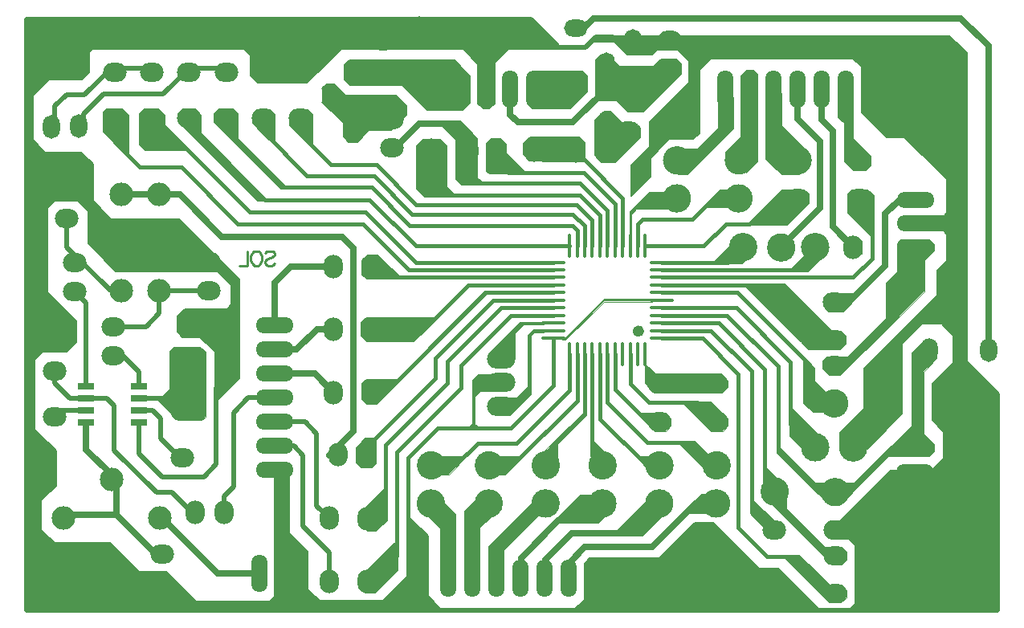
<source format=gbl>
G04 Layer_Physical_Order=4*
G04 Layer_Color=16711680*
%FSLAX23Y23*%
%MOIN*%
G70*
G01*
G75*
%ADD10C,0.024*%
%ADD11C,0.020*%
%ADD12O,0.016X0.098*%
G04:AMPARAMS|DCode=13|XSize=16mil|YSize=98mil|CornerRadius=0mil|HoleSize=0mil|Usage=FLASHONLY|Rotation=0.000|XOffset=0mil|YOffset=0mil|HoleType=Round|Shape=Octagon|*
%AMOCTAGOND13*
4,1,8,-0.004,0.049,0.004,0.049,0.008,0.045,0.008,-0.045,0.004,-0.049,-0.004,-0.049,-0.008,-0.045,-0.008,0.045,-0.004,0.049,0.0*
%
%ADD13OCTAGOND13*%

%ADD14O,0.098X0.016*%
%ADD15R,0.065X0.026*%
%ADD16C,0.016*%
%ADD17C,0.004*%
%ADD18C,0.028*%
%ADD19C,0.008*%
%ADD20C,0.010*%
%ADD21R,0.190X0.065*%
%ADD22O,0.098X0.080*%
%ADD23O,0.098X0.080*%
%ADD24O,0.079X0.098*%
%ADD25O,0.071X0.098*%
%ADD26O,0.098X0.071*%
%ADD27O,0.071X0.098*%
%ADD28C,0.060*%
%ADD29O,0.080X0.098*%
%ADD30O,0.067X0.157*%
%ADD31O,0.157X0.067*%
%ADD32O,0.118X0.080*%
%ADD33C,0.098*%
%ADD34O,0.069X0.098*%
%ADD35O,0.098X0.079*%
%ADD36O,0.098X0.071*%
G36*
X2230Y2369D02*
X2228Y2367D01*
X1342Y2367D01*
X1191Y2216D01*
X981Y2216D01*
X952Y2246D01*
Y2333D01*
X919Y2366D01*
X308D01*
X285Y2343D01*
Y2261D01*
X255Y2231D01*
X119D01*
X52Y2164D01*
Y1979D01*
X104Y1926D01*
X254D01*
X301Y1880D01*
Y1725D01*
X375Y1650D01*
X659D01*
X910Y1400D01*
Y990D01*
X815Y895D01*
X810Y901D01*
Y1097D01*
X746Y1161D01*
X674D01*
X653Y1182D01*
X653Y1245D01*
X684Y1276D01*
X858D01*
X877Y1295D01*
Y1376D01*
X819Y1433D01*
X397D01*
X281Y1549D01*
Y1684D01*
X239Y1726D01*
X142D01*
X111Y1695D01*
Y1347D01*
X231Y1227D01*
Y1138D01*
X191Y1098D01*
X93D01*
X60Y1065D01*
Y777D01*
X148Y689D01*
Y544D01*
X87Y483D01*
Y361D01*
X144Y304D01*
X374D01*
X492Y186D01*
X606Y186D01*
X728Y64D01*
X1033D01*
X1054Y85D01*
X1054Y599D01*
X1117D01*
Y346D01*
X1194Y270D01*
Y112D01*
X1241Y65D01*
X1506D01*
X1610Y170D01*
Y417D01*
X1691Y336D01*
Y86D01*
X1749Y27D01*
X29D01*
X27Y25D01*
Y2481D01*
X2119Y2481D01*
X2230Y2369D01*
D02*
G37*
G36*
X2353Y2247D02*
Y2181D01*
X2283Y2111D01*
X2122D01*
X2102Y2131D01*
Y2244D01*
X2125Y2267D01*
X2333D01*
X2353Y2247D01*
D02*
G37*
G36*
X2026Y2355D02*
X1970Y2298D01*
Y2130D01*
X1947Y2108D01*
X1921D01*
X1900Y2129D01*
Y2293D01*
X1835Y2359D01*
X2022D01*
X2026Y2355D01*
D02*
G37*
G36*
X1867Y2244D02*
Y2138D01*
X1836Y2107D01*
Y2104D01*
X1689D01*
X1586Y2206D01*
X1370D01*
X1345Y2231D01*
Y2288D01*
X1367Y2310D01*
X1801D01*
X1867Y2244D01*
D02*
G37*
G36*
X2486Y2283D02*
X2629D01*
X2658Y2313D01*
X2722D01*
X2742Y2293D01*
Y2254D01*
X2585Y2097D01*
X2523D01*
X2476Y2144D01*
X2386D01*
X2390Y2148D01*
Y2310D01*
X2413Y2333D01*
X2436D01*
X2486Y2283D01*
D02*
G37*
G36*
X1350Y2162D02*
X1559D01*
X1601Y2120D01*
Y2082D01*
X1538Y2019D01*
X1447D01*
X1399Y1971D01*
X1363D01*
X1342Y1992D01*
Y2048D01*
X1254Y2136D01*
Y2193D01*
X1273Y2211D01*
X1301D01*
X1350Y2162D01*
D02*
G37*
G36*
X1057Y2085D02*
Y1967D01*
X1047D01*
X1045Y1966D01*
X961Y2050D01*
Y2080D01*
X988Y2107D01*
X1035D01*
X1057Y2085D01*
D02*
G37*
G36*
X1212Y2087D02*
Y1957D01*
X1200D01*
X1117Y2041D01*
Y2087D01*
X1137Y2107D01*
X1192D01*
X1212Y2087D01*
D02*
G37*
G36*
X600Y2084D02*
Y2032D01*
X697Y1935D01*
X704D01*
X705Y1933D01*
X698D01*
X697Y1935D01*
X516D01*
X493Y1958D01*
Y2088D01*
X514Y2109D01*
X573D01*
X574Y2110D01*
X600Y2084D01*
D02*
G37*
G36*
X449Y2083D02*
Y1920D01*
X395Y1960D01*
X342Y2013D01*
Y2095D01*
X359Y2111D01*
X421D01*
X449Y2083D01*
D02*
G37*
G36*
X2342Y1965D02*
Y1895D01*
X2160D01*
X2159Y1894D01*
X2134Y1918D01*
X2089D01*
Y1963D01*
X2115Y1989D01*
X2318D01*
X2342Y1965D01*
D02*
G37*
G36*
X2495Y2050D02*
X2550D01*
X2573Y2028D01*
Y1993D01*
X2466Y1887D01*
X2416Y1887D01*
X2386Y1917D01*
Y2060D01*
X2421Y2096D01*
X2449D01*
X2495Y2050D01*
D02*
G37*
G36*
X3457Y1987D02*
X3530Y1914D01*
Y1874D01*
X3508Y1853D01*
X3456D01*
X3419Y1890D01*
Y2048D01*
X3394Y2073D01*
Y2168D01*
X3426D01*
X3457Y2198D01*
Y1987D01*
D02*
G37*
G36*
X3058Y2252D02*
Y1891D01*
X3011Y1844D01*
X2969D01*
X2926Y1887D01*
Y1929D01*
X2990Y1993D01*
Y2246D01*
X3012Y2268D01*
X3042D01*
X3058Y2252D01*
D02*
G37*
G36*
X2017Y1962D02*
Y1925D01*
X2101Y1841D01*
X1950D01*
X1947Y1838D01*
X1934Y1851D01*
Y1965D01*
X1955Y1986D01*
X1993D01*
X2017Y1962D01*
D02*
G37*
G36*
X2958Y2157D02*
Y2027D01*
X2768Y1837D01*
X2730D01*
Y1926D01*
X2748Y1944D01*
X2811D01*
X2895Y2028D01*
Y2161D01*
X2954D01*
X2958Y2157D01*
D02*
G37*
G36*
X3158Y2041D02*
X3274Y1924D01*
Y1880D01*
X3231Y1837D01*
X3158D01*
X3094Y1900D01*
Y2163D01*
X3149D01*
X3158Y2172D01*
Y2041D01*
D02*
G37*
G36*
X1897Y1987D02*
X1897Y1825D01*
X1928Y1793D01*
X1828Y1793D01*
X1806Y1815D01*
Y1984D01*
X1731Y2059D01*
X1825D01*
X1897Y1987D01*
D02*
G37*
G36*
X902Y2089D02*
Y1972D01*
X1098Y1776D01*
X1080D01*
X804Y2052D01*
Y2089D01*
X825Y2110D01*
X881D01*
X902Y2089D01*
D02*
G37*
G36*
X1770Y1956D02*
Y1786D01*
X1805Y1751D01*
Y1749D01*
X1800Y1744D01*
X1675D01*
X1642Y1777D01*
Y1957D01*
X1668Y1983D01*
X1743D01*
X1770Y1956D01*
D02*
G37*
G36*
X749Y2084D02*
Y2000D01*
X1031Y1725D01*
X983D01*
X651Y2057D01*
Y2087D01*
X652D01*
X673Y2108D01*
X725D01*
X749Y2084D01*
D02*
G37*
G36*
X3029Y1752D02*
Y1719D01*
X3007Y1698D01*
X2844D01*
Y1713D01*
X2904Y1772D01*
X3007D01*
X3007Y1773D01*
X3029Y1752D01*
D02*
G37*
G36*
X2694Y1689D02*
X2556Y1689D01*
X2536Y1669D01*
Y1574D01*
X2535D01*
X2528Y1567D01*
X2528Y1682D01*
X2610Y1764D01*
X2694D01*
X2694Y1689D01*
D02*
G37*
G36*
X3273Y1755D02*
Y1717D01*
X3181Y1625D01*
X3000D01*
X3006Y1631D01*
X3025D01*
X3131Y1737D01*
Y1744D01*
X3160Y1774D01*
X3254D01*
X3273Y1755D01*
D02*
G37*
G36*
X3541Y1749D02*
Y1573D01*
X3534D01*
X3432Y1675D01*
Y1755D01*
X3452Y1774D01*
X3515D01*
X3541Y1749D01*
D02*
G37*
G36*
X3039Y1559D02*
X3039Y1559D01*
Y1507D01*
X2997Y1465D01*
X2891D01*
X2878Y1477D01*
X2983Y1581D01*
X3017D01*
X3039Y1559D01*
D02*
G37*
G36*
X3337Y1560D02*
Y1501D01*
X3269Y1433D01*
X3223D01*
X3212Y1445D01*
X3200D01*
X3199Y1445D01*
X3262Y1508D01*
Y1560D01*
X3283Y1581D01*
X3316D01*
X3337Y1560D01*
D02*
G37*
G36*
X1578Y1407D02*
X1442D01*
X1438Y1403D01*
X1420Y1421D01*
Y1480D01*
X1437Y1498D01*
X1480D01*
X1484Y1501D01*
X1578Y1407D01*
D02*
G37*
G36*
X3454Y1331D02*
Y1302D01*
X3417Y1266D01*
X3354D01*
Y1270D01*
X3331Y1294D01*
Y1324D01*
X3350Y1343D01*
X3465D01*
X3454Y1331D01*
D02*
G37*
G36*
X2622Y1318D02*
Y1308D01*
X2422D01*
X2264Y1150D01*
X2249D01*
X2252Y1153D01*
Y1161D01*
X2265D01*
X2422Y1319D01*
X2621D01*
X2622Y1318D01*
D02*
G37*
G36*
X1721Y1229D02*
X1634Y1142D01*
X1439D01*
X1416Y1165D01*
Y1219D01*
X1437Y1240D01*
Y1241D01*
X1721D01*
Y1229D01*
D02*
G37*
G36*
X3368Y1187D02*
X3403D01*
X3425Y1165D01*
Y1132D01*
X3402Y1109D01*
X3269D01*
X3241Y1139D01*
X3240Y1148D01*
X3205Y1180D01*
X3015Y1382D01*
X3173D01*
X3368Y1187D01*
D02*
G37*
G36*
X2180Y1219D02*
X2174Y1213D01*
X2089D01*
X2052Y1176D01*
Y1075D01*
X1947D01*
X1944Y1078D01*
Y1093D01*
X2075Y1224D01*
X2180D01*
Y1219D01*
D02*
G37*
G36*
X3792Y1546D02*
Y1520D01*
X3751Y1479D01*
Y1351D01*
X3403Y1003D01*
X3356D01*
X3330Y1029D01*
Y1061D01*
X3347Y1078D01*
Y1078D01*
X3349Y1080D01*
X3436D01*
X3594Y1238D01*
Y1385D01*
X3638Y1429D01*
Y1541D01*
X3654Y1557D01*
Y1567D01*
X3772D01*
X3792Y1546D01*
D02*
G37*
G36*
X2635Y1008D02*
X2910D01*
X2937Y980D01*
Y953D01*
X2914Y929D01*
X2630D01*
X2591Y969D01*
Y1045D01*
X2598D01*
X2635Y1008D01*
D02*
G37*
G36*
X1572Y976D02*
X1479Y883D01*
X1440D01*
X1418Y904D01*
Y966D01*
X1437Y984D01*
X1572D01*
Y976D01*
D02*
G37*
G36*
X3297Y1033D02*
Y978D01*
X3356Y919D01*
Y855D01*
X3291D01*
X3256Y890D01*
Y1074D01*
X3297Y1033D01*
D02*
G37*
G36*
X2173Y1182D02*
X2172Y1181D01*
X2134D01*
X2119Y1165D01*
Y922D01*
X2032Y835D01*
X2012D01*
Y898D01*
X2000Y909D01*
X2060D01*
X2107Y957D01*
Y1169D01*
X2130Y1193D01*
X2173D01*
Y1182D01*
D02*
G37*
G36*
X768Y1098D02*
Y829D01*
X754Y816D01*
X654D01*
X567Y903D01*
X583Y911D01*
X619Y946D01*
Y1104D01*
X635Y1120D01*
X746D01*
X768Y1098D01*
D02*
G37*
G36*
X1989Y941D02*
X1985Y937D01*
X1910D01*
X1886Y913D01*
Y799D01*
X1898Y788D01*
X1863D01*
X1875Y799D01*
Y980D01*
X1900Y1006D01*
X1989D01*
Y941D01*
D02*
G37*
G36*
X2936Y824D02*
Y792D01*
X2915Y770D01*
X2866D01*
X2747Y890D01*
X2746D01*
X2749Y892D01*
X2865D01*
X2866Y894D01*
X2936Y824D01*
D02*
G37*
G36*
X2700D02*
Y792D01*
X2679Y770D01*
X2633D01*
Y778D01*
X2573Y839D01*
Y845D01*
X2679D01*
X2700Y824D01*
D02*
G37*
G36*
X2724Y723D02*
X2720D01*
X2717Y726D01*
X2724Y723D01*
D02*
G37*
G36*
X3801Y1132D02*
X3804D01*
Y1072D01*
X3749Y1017D01*
Y760D01*
X3793Y716D01*
Y687D01*
X3773Y667D01*
X3609D01*
X3594Y683D01*
X3589D01*
X3698Y791D01*
Y1093D01*
X3756Y1152D01*
X3782D01*
X3801Y1132D01*
D02*
G37*
G36*
X3342Y725D02*
Y679D01*
X3319Y656D01*
X3285D01*
X3191Y750D01*
Y876D01*
X3342Y725D01*
D02*
G37*
G36*
X1473Y732D02*
X1477Y728D01*
X1476Y728D01*
Y635D01*
X1460Y619D01*
X1416D01*
X1395Y640D01*
Y700D01*
X1433Y738D01*
X1473D01*
Y732D01*
D02*
G37*
G36*
X2230Y613D02*
X2208Y591D01*
X2155D01*
X2133Y612D01*
Y645D01*
X2181Y693D01*
X2199D01*
X2230Y723D01*
Y613D01*
D02*
G37*
G36*
X2075Y651D02*
X2014Y591D01*
X1919D01*
X1897Y612D01*
Y645D01*
X1919Y666D01*
X2075D01*
Y651D01*
D02*
G37*
G36*
X1844Y656D02*
X1778Y591D01*
X1679D01*
X1657Y612D01*
Y645D01*
X1679Y666D01*
X1844D01*
Y656D01*
D02*
G37*
G36*
X2795Y719D02*
X2857Y657D01*
X2866Y665D01*
X2916D01*
X2937Y644D01*
Y612D01*
X2916Y590D01*
X2863D01*
X2737Y717D01*
X2724Y723D01*
X2795D01*
Y719D01*
D02*
G37*
G36*
X2701Y644D02*
Y612D01*
X2680Y590D01*
X2629D01*
X2574Y645D01*
Y665D01*
X2680D01*
X2701Y644D01*
D02*
G37*
G36*
X2465D02*
Y612D01*
X2443Y590D01*
X2398D01*
X2368Y621D01*
Y720D01*
X2377Y730D01*
X2379D01*
X2465Y644D01*
D02*
G37*
G36*
X3452Y548D02*
Y512D01*
X3414Y475D01*
X3345D01*
X3275Y545D01*
X3279Y550D01*
Y555D01*
X3459D01*
X3452Y548D01*
D02*
G37*
G36*
X2936Y485D02*
Y455D01*
X2911Y429D01*
X2747D01*
X2826Y508D01*
X2913D01*
X2936Y485D01*
D02*
G37*
G36*
X2464Y486D02*
Y454D01*
X2398Y388D01*
X2224D01*
Y407D01*
X2325Y507D01*
X2442D01*
X2464Y486D01*
D02*
G37*
G36*
X1521Y522D02*
Y400D01*
X1477Y357D01*
X1442D01*
X1414Y384D01*
Y431D01*
X1513Y530D01*
X1521Y522D01*
D02*
G37*
G36*
X2700Y486D02*
Y454D01*
X2583Y336D01*
X2582Y337D01*
X2465D01*
Y349D01*
X2623Y507D01*
X2679D01*
X2700Y486D01*
D02*
G37*
G36*
X3063Y200D02*
X3145D01*
X3320Y25D01*
X2380D01*
Y30D01*
X2300D01*
X2341Y71D01*
Y219D01*
X2366Y244D01*
X2415D01*
Y242D01*
X2652D01*
X2800Y390D01*
X2873D01*
X3063Y200D01*
D02*
G37*
G36*
X3178Y536D02*
X3178Y535D01*
Y525D01*
X3178D01*
Y450D01*
X3338Y291D01*
X3408D01*
X3429Y269D01*
Y237D01*
X3408Y216D01*
X3369D01*
X3085Y500D01*
Y542D01*
X3089Y546D01*
Y624D01*
X3091D01*
X3178Y536D01*
D02*
G37*
G36*
X1991Y486D02*
Y454D01*
X1906Y369D01*
Y212D01*
X1846D01*
X1843Y215D01*
Y438D01*
X1913Y507D01*
X1970D01*
X1991Y486D01*
D02*
G37*
G36*
X1806Y425D02*
Y221D01*
X1785Y200D01*
X1743D01*
Y367D01*
X1656Y454D01*
Y487D01*
X1678Y508D01*
X1723D01*
X1806Y425D01*
D02*
G37*
G36*
X2228Y486D02*
Y454D01*
X2203Y429D01*
X2158D01*
X2006Y277D01*
Y182D01*
X1960D01*
X1943Y199D01*
Y294D01*
X2156Y507D01*
X2206D01*
X2228Y486D01*
D02*
G37*
G36*
X1569Y196D02*
X1473Y100D01*
X1434D01*
X1416Y118D01*
Y166D01*
X1556Y306D01*
X1566D01*
X1567Y307D01*
X1569Y309D01*
Y196D01*
D02*
G37*
G36*
X3358Y133D02*
X3407D01*
X3428Y111D01*
Y79D01*
X3407Y58D01*
X3357D01*
X3168Y246D01*
Y254D01*
X3170Y256D01*
X3234D01*
X3358Y133D01*
D02*
G37*
G36*
X3931Y2323D02*
Y1048D01*
X4056Y924D01*
Y27D01*
X3441D01*
X3437Y31D01*
X3461Y54D01*
Y297D01*
X3436Y322D01*
X3368D01*
X3361Y330D01*
X3381Y349D01*
Y371D01*
X3611Y602D01*
X3781D01*
X3835Y655D01*
Y771D01*
X3788Y818D01*
Y965D01*
X3883Y1060D01*
Y1163D01*
X3832Y1214D01*
X3732Y1214D01*
X3654Y1137D01*
Y845D01*
X3511Y702D01*
X3506Y706D01*
X3406D01*
Y763D01*
X3505Y863D01*
Y1028D01*
X3801Y1324D01*
Y1327D01*
X3805Y1330D01*
Y1435D01*
X3845Y1475D01*
Y1815D01*
X3670Y1990D01*
X3595D01*
X3492Y2093D01*
Y2282D01*
X3457Y2317D01*
X2866D01*
X2819Y2270D01*
Y2007D01*
X2794Y1982D01*
X2694D01*
X2616Y1904D01*
Y1825D01*
X2536Y1745D01*
X2536Y1874D01*
X2612Y1950D01*
X2612Y2052D01*
X2776Y2216D01*
Y2306D01*
X2730Y2352D01*
X2643D01*
X2623Y2332D01*
X2518D01*
X2449Y2401D01*
X3853D01*
X3931Y2323D01*
D02*
G37*
%LPC*%
G36*
X3805Y1328D02*
X3801Y1324D01*
Y1296D01*
X3805Y1300D01*
Y1328D01*
D02*
G37*
%LPD*%
D10*
X2577Y1185D02*
G03*
X2577Y1185I-12J0D01*
G01*
D11*
X3049Y1534D02*
G03*
X3049Y1534I-49J0D01*
G01*
X3348D02*
G03*
X3348Y1534I-49J0D01*
G01*
X3207Y1532D02*
G03*
X3207Y1532I-49J0D01*
G01*
X2774Y1736D02*
G03*
X2774Y1736I-49J0D01*
G01*
X3030D02*
G03*
X3030Y1736I-49J0D01*
G01*
X2775Y1894D02*
G03*
X2775Y1894I-49J0D01*
G01*
X3031D02*
G03*
X3031Y1894I-49J0D01*
G01*
X3275D02*
G03*
X3275Y1894I-49J0D01*
G01*
X2939Y628D02*
G03*
X2939Y628I-49J0D01*
G01*
X2937Y470D02*
G03*
X2937Y470I-49J0D01*
G01*
X2701D02*
G03*
X2701Y470I-49J0D01*
G01*
X2702Y628D02*
G03*
X2702Y628I-49J0D01*
G01*
X1754D02*
G03*
X1754Y628I-49J0D01*
G01*
X1994D02*
G03*
X1994Y628I-49J0D01*
G01*
X2230D02*
G03*
X2230Y628I-49J0D01*
G01*
X2466D02*
G03*
X2466Y628I-49J0D01*
G01*
X2465Y470D02*
G03*
X2465Y470I-49J0D01*
G01*
X2229D02*
G03*
X2229Y470I-49J0D01*
G01*
X1993D02*
G03*
X1993Y470I-49J0D01*
G01*
X1753D02*
G03*
X1753Y470I-49J0D01*
G01*
X3348Y703D02*
G03*
X3348Y703I-49J0D01*
G01*
X3506Y702D02*
G03*
X3506Y702I-49J0D01*
G01*
X3427Y885D02*
G03*
X3427Y885I-49J0D01*
G01*
X3431Y517D02*
G03*
X3431Y517I-49J0D01*
G01*
X3180Y519D02*
G03*
X3180Y519I-49J0D01*
G01*
X548Y857D02*
X582Y823D01*
Y738D02*
Y823D01*
Y738D02*
X662Y659D01*
X674D01*
X494Y857D02*
X548D01*
X360Y907D02*
X390Y877D01*
Y691D02*
Y877D01*
Y691D02*
X566Y515D01*
X494Y676D02*
Y807D01*
X630Y515D02*
X712Y433D01*
X566Y515D02*
X630D01*
X761Y581D02*
X814Y633D01*
X590Y581D02*
X761D01*
X494Y676D02*
X590Y581D01*
X675Y945D02*
Y988D01*
X494Y907D02*
X598D01*
X712Y433D02*
X721D01*
X814Y633D02*
Y948D01*
X885Y540D02*
Y847D01*
X845Y500D02*
X885Y540D01*
X845Y433D02*
Y500D01*
X386Y1084D02*
X425D01*
X386Y1202D02*
X522D01*
X1230Y459D02*
X1282Y408D01*
X1135Y708D02*
X1174Y670D01*
Y375D02*
Y670D01*
Y375D02*
X1282Y266D01*
X946Y908D02*
X1055D01*
X885Y847D02*
X946Y908D01*
X27Y25D02*
Y2481D01*
Y25D02*
X870D01*
X2389Y2405D02*
X2459D01*
X2119Y2481D02*
X2230Y2369D01*
X27Y2481D02*
X2119D01*
X4056Y27D02*
Y924D01*
X815Y25D02*
X4054D01*
X3919Y1060D02*
X4056Y924D01*
X577Y1352D02*
X780D01*
X782Y1354D01*
X194Y1534D02*
Y1652D01*
Y1534D02*
X375Y1354D01*
X418D01*
X522Y1202D02*
X577Y1258D01*
Y1352D01*
X1282Y146D02*
Y266D01*
X226Y1350D02*
X274Y1302D01*
Y957D02*
Y1302D01*
X494Y957D02*
Y1015D01*
X425Y1084D02*
X494Y1015D01*
X205Y907D02*
X274D01*
X144Y968D02*
X205Y907D01*
X144Y968D02*
Y1018D01*
X174Y857D02*
X274D01*
X144Y828D02*
X174Y857D01*
X274Y907D02*
X360D01*
X700Y1208D02*
X725D01*
X1055Y708D02*
X1135D01*
X1055Y808D02*
X1181D01*
X1230Y759D01*
Y459D02*
Y759D01*
X702Y2277D02*
X856D01*
X293Y2363D02*
X2347D01*
X2389Y2405D01*
X263Y2038D02*
Y2085D01*
X267Y2166D02*
X378Y2277D01*
X547D01*
X143Y2038D02*
Y2118D01*
X191Y2166D01*
X267D01*
X263Y2085D02*
X347Y2168D01*
X593D01*
X702Y2277D01*
D12*
X2468Y1538D02*
D03*
X2563Y1089D02*
D03*
X2531D02*
D03*
X2500D02*
D03*
X2468D02*
D03*
X2437D02*
D03*
X2405D02*
D03*
X2374D02*
D03*
X2342D02*
D03*
X2311D02*
D03*
X2279D02*
D03*
Y1538D02*
D03*
X2311D02*
D03*
X2342D02*
D03*
X2374D02*
D03*
X2405D02*
D03*
X2437D02*
D03*
X2500D02*
D03*
X2531D02*
D03*
X2563D02*
D03*
X2594D02*
D03*
D13*
X2594Y1089D02*
D03*
D14*
X2213Y1156D02*
D03*
Y1187D02*
D03*
Y1219D02*
D03*
Y1250D02*
D03*
Y1282D02*
D03*
Y1313D02*
D03*
Y1345D02*
D03*
Y1376D02*
D03*
Y1408D02*
D03*
Y1439D02*
D03*
Y1471D02*
D03*
X2661D02*
D03*
Y1439D02*
D03*
Y1408D02*
D03*
Y1376D02*
D03*
Y1345D02*
D03*
Y1313D02*
D03*
Y1282D02*
D03*
Y1250D02*
D03*
Y1219D02*
D03*
Y1187D02*
D03*
Y1156D02*
D03*
D15*
X494Y807D02*
D03*
Y857D02*
D03*
Y907D02*
D03*
Y957D02*
D03*
X274D02*
D03*
Y907D02*
D03*
Y857D02*
D03*
Y807D02*
D03*
D16*
X668Y1866D02*
X903Y1631D01*
X497Y1866D02*
X668D01*
X393Y1970D02*
X497Y1866D01*
X1787Y1750D02*
X2323D01*
X2025Y1844D02*
X2338D01*
X1970Y1899D02*
Y1917D01*
X1165Y2000D02*
X1289Y1876D01*
X2500Y1538D02*
Y1737D01*
X2342Y1895D02*
X2500Y1737D01*
X2168Y1895D02*
X2342D01*
X1897Y1799D02*
X2323D01*
X2338Y1844D02*
X2468Y1714D01*
Y1538D02*
Y1714D01*
X3025Y1631D02*
X3131Y1736D01*
X2929Y1631D02*
X3025D01*
X2836Y1538D02*
X2929Y1631D01*
X2583Y1649D02*
X2789D01*
X2563Y1629D02*
X2583Y1649D01*
X2563Y1538D02*
Y1629D01*
X2594Y1538D02*
X2836D01*
X1643Y1711D02*
X2309D01*
X1478Y1876D02*
X1643Y1711D01*
X1289Y1876D02*
X1478D01*
X1626Y1671D02*
X2161D01*
X1468Y1829D02*
X1626Y1671D01*
X1617Y1624D02*
X2291D01*
X1459Y1782D02*
X1617Y1624D01*
X1642Y1538D02*
X2279D01*
X1449Y1731D02*
X1642Y1538D01*
X1643Y1471D02*
X2213D01*
X1433Y1681D02*
X1643Y1471D01*
X1613Y1439D02*
X2213D01*
X1422Y1631D02*
X1613Y1439D01*
X3739Y1222D02*
X3772D01*
X3654Y1137D02*
X3739Y1222D01*
X3654Y845D02*
Y1137D01*
X3406Y763D02*
X3505Y863D01*
X3406Y706D02*
Y763D01*
Y706D02*
X3412Y700D01*
X3505Y863D02*
Y1028D01*
X3825Y1348D01*
X3511Y702D02*
X3654Y845D01*
X3458Y702D02*
X3511D01*
X3781Y602D02*
X3835Y655D01*
X3611Y602D02*
X3781D01*
X3402Y393D02*
X3611Y602D01*
X3707Y703D02*
X3721Y689D01*
X3788Y818D02*
Y965D01*
Y818D02*
X3835Y771D01*
X1930Y1345D02*
X2213D01*
X1495Y910D02*
X1930Y1345D01*
X1474Y910D02*
X1495D01*
X1962Y1313D02*
X2213D01*
X1722Y1073D02*
X1962Y1313D01*
X1722Y989D02*
Y1073D01*
X2323Y1799D02*
X2437Y1685D01*
X1425Y693D02*
X1722Y989D01*
X1773Y1060D02*
X1995Y1282D01*
X1773Y969D02*
Y1060D01*
X1517Y712D02*
X1773Y969D01*
X1829Y1044D02*
X2035Y1250D01*
X1829Y949D02*
Y1044D01*
X1563Y683D02*
X1829Y949D01*
X1676Y1192D02*
X1860Y1376D01*
X1995Y1282D02*
X2213D01*
X1425Y660D02*
Y693D01*
X1563Y252D02*
Y683D01*
X1517Y468D02*
Y712D01*
X3035Y432D02*
X3040Y427D01*
X3035Y432D02*
Y455D01*
X3040Y427D02*
X3135Y333D01*
X3038Y442D02*
X3132Y347D01*
X3037Y479D02*
X3132Y385D01*
X3037Y468D02*
X3131Y373D01*
X3035Y455D02*
X3130Y361D01*
X3146Y700D02*
X3311Y534D01*
X3361Y393D02*
X3402D01*
X3535Y1485D02*
Y1617D01*
X3457Y1408D02*
X3535Y1485D01*
X3835Y1660D02*
X3847Y1672D01*
X3835Y1605D02*
X3847Y1593D01*
X1732Y782D02*
X1913D01*
X2789Y1649D02*
X2875Y1736D01*
X3648Y1731D02*
X3715D01*
X3835Y655D02*
Y771D01*
X2791Y1408D02*
X3457D01*
X1610Y659D02*
X1732Y782D01*
X2661Y1471D02*
X2937D01*
X3216Y1894D02*
X3226D01*
X2661Y1408D02*
X2791D01*
X2661Y1376D02*
X2764D01*
X2661Y1345D02*
X2744D01*
X3707Y604D02*
X3713Y599D01*
X3712Y1537D02*
X3715Y1534D01*
X3379Y1042D02*
X3402D01*
X2972Y1282D02*
X3197Y1057D01*
X2661Y1282D02*
X2972D01*
X3146Y683D02*
Y1038D01*
X2933Y1250D02*
X3146Y1038D01*
X2661Y1250D02*
X2933D01*
X3090Y548D02*
Y1026D01*
X2898Y1219D02*
X3090Y1026D01*
X2661Y1219D02*
X2898D01*
X3035Y455D02*
Y1018D01*
X2866Y1187D02*
X3035Y1018D01*
X2661Y1187D02*
X2866D01*
X2831Y1156D02*
X2980Y1006D01*
X2661Y1156D02*
X2831D01*
X3146Y683D02*
X3311Y517D01*
X2035Y782D02*
X2213Y959D01*
X1913Y782D02*
X2035D01*
X2291Y1624D02*
X2311Y1604D01*
Y1538D02*
Y1604D01*
X2603Y808D02*
X2652D01*
X2468Y943D02*
X2603Y808D01*
X2468Y943D02*
Y1089D01*
X2598Y628D02*
X2653D01*
X2405Y821D02*
X2598Y628D01*
X2405Y821D02*
Y1089D01*
X2602Y723D02*
X2795D01*
X2437Y888D02*
X2602Y723D01*
X2437Y888D02*
Y1089D01*
X1807Y628D02*
X1898Y719D01*
X2795Y723D02*
X2890Y628D01*
X2374Y671D02*
Y1089D01*
X2610Y888D02*
X2809D01*
X2531Y967D02*
X2610Y888D01*
X2531Y967D02*
Y1089D01*
X2043Y628D02*
X2311Y896D01*
Y1089D01*
X2035Y1250D02*
X2213D01*
Y959D02*
Y1156D01*
X1898Y719D02*
X2059D01*
X2279Y939D01*
Y1089D01*
X1860Y1376D02*
X2213D01*
X2764D02*
X3012D01*
X3240Y1148D01*
X2744Y1345D02*
X2976D01*
X3197Y806D02*
Y1057D01*
X2976Y1345D02*
X3256Y1065D01*
X1610Y149D02*
Y659D01*
X1502Y1408D02*
X2213D01*
X2980Y368D02*
Y1006D01*
Y368D02*
X3098Y250D01*
X3226D01*
X2181Y680D02*
X2342Y841D01*
Y1089D01*
X2661Y1439D02*
X3261D01*
X3256Y890D02*
Y1065D01*
Y890D02*
X3291Y855D01*
X3356D01*
X3197Y800D02*
Y848D01*
X2374Y1538D02*
Y1646D01*
X2161Y1671D02*
X2294D01*
X2342Y1623D01*
Y1538D02*
Y1623D01*
X2323Y1750D02*
X2405Y1667D01*
Y1538D02*
Y1667D01*
X2437Y1538D02*
Y1685D01*
X2309Y1711D02*
X2374Y1646D01*
X3788Y965D02*
X3875Y1052D01*
Y1171D01*
X3832Y1214D02*
X3875Y1171D01*
X891Y1986D02*
X1095Y1782D01*
X1459D01*
X702Y2046D02*
Y2087D01*
Y2046D02*
X1017Y1731D01*
X1449D01*
X1011Y2008D02*
Y2087D01*
Y2008D02*
X1190Y1829D01*
X1468D01*
X903Y1631D02*
X1422D01*
X547Y2087D02*
X953Y1681D01*
X1433D01*
D17*
X567Y903D02*
X654Y816D01*
X754D01*
X768Y829D01*
Y1098D01*
X746Y1120D02*
X768Y1098D01*
X635Y1120D02*
X746D01*
X619Y1104D02*
X635Y1120D01*
X619Y946D02*
Y1104D01*
X583Y911D02*
X619Y946D01*
X578Y911D02*
X583D01*
X3698Y1093D02*
X3756Y1152D01*
X3698Y791D02*
Y1093D01*
X3589Y683D02*
X3698Y791D01*
X3756Y1152D02*
X3782D01*
X3601Y667D02*
X3773D01*
X3793Y687D01*
Y716D01*
X3749Y760D02*
X3793Y716D01*
X3749Y760D02*
Y1017D01*
X3804Y1072D01*
Y1136D01*
X2017Y1925D02*
X2101Y1841D01*
X2017Y1925D02*
Y1962D01*
X1947Y1838D02*
X2056D01*
X1934Y1851D02*
X1947Y1838D01*
X1934Y1851D02*
Y1965D01*
X1955Y1986D01*
X1958D01*
X1993D02*
X2017Y1962D01*
X1958Y1986D02*
X1993D01*
X2473Y2387D02*
X2474Y2388D01*
X2375Y2387D02*
X2473D01*
X2353Y2181D02*
Y2247D01*
X2333Y2267D02*
X2353Y2247D01*
X2125Y2267D02*
X2333D01*
X2102Y2244D02*
X2125Y2267D01*
X2102Y2131D02*
Y2244D01*
Y2131D02*
X2122Y2111D01*
X2283D01*
X2353Y2181D01*
X1675Y1744D02*
X1800D01*
X1642Y1777D02*
X1675Y1744D01*
X1642Y1777D02*
Y1957D01*
X1770Y1786D02*
X1805Y1751D01*
X1770Y1786D02*
Y1956D01*
X1743Y1983D02*
X1770Y1956D01*
X1699Y1983D02*
X1743D01*
X1668D02*
X1699D01*
X1642Y1957D02*
X1668Y1983D01*
X1731Y2059D02*
X1825D01*
X1897Y1987D01*
Y1824D02*
X1921Y1800D01*
X1897Y1824D02*
Y1987D01*
X1828Y1793D02*
X1942D01*
X1806Y1815D02*
X1828Y1793D01*
X1806Y1815D02*
Y1983D01*
X3116Y1730D02*
X3160Y1774D01*
X3000Y1625D02*
X3181D01*
X3273Y1717D01*
Y1755D01*
X3254Y1774D02*
X3273Y1755D01*
X3160Y1774D02*
X3254D01*
X3432Y1675D02*
X3531Y1577D01*
X3432Y1675D02*
Y1755D01*
X3452Y1774D01*
X3541Y1603D02*
Y1749D01*
X3515Y1774D02*
X3541Y1749D01*
X3452Y1774D02*
X3515D01*
X3530Y1874D02*
Y1914D01*
X3508Y1853D02*
X3530Y1874D01*
X3456Y1853D02*
X3508D01*
X3419Y1890D02*
X3456Y1853D01*
X3419Y1890D02*
Y2048D01*
X3394Y2073D02*
X3419Y2048D01*
X3394Y2073D02*
Y2194D01*
X3457Y1987D02*
Y2198D01*
X2730Y1837D02*
X2768D01*
X2895Y2028D02*
Y2161D01*
X2811Y1944D02*
X2895Y2028D01*
X2748Y1944D02*
X2811D01*
X2958Y2027D02*
Y2157D01*
X2768Y1837D02*
X2958Y2027D01*
X3158Y1837D02*
X3231D01*
X3158Y2041D02*
X3258Y1940D01*
X3158Y2041D02*
Y2172D01*
X3094Y1900D02*
Y2163D01*
Y1900D02*
X3158Y1837D01*
X2926Y1889D02*
Y1929D01*
X3011Y1844D02*
X3058Y1891D01*
Y2252D01*
X3042Y2268D02*
X3058Y2252D01*
X3012Y2268D02*
X3042D01*
X2990Y2246D02*
X3012Y2268D01*
X2990Y1993D02*
Y2246D01*
X2926Y1929D02*
X2990Y1993D01*
X3457Y1987D02*
X3530Y1914D01*
X2610Y1764D02*
X2682D01*
X2528Y1682D02*
X2610Y1764D01*
X2528Y1567D02*
Y1682D01*
X3415Y1570D02*
X3421Y1564D01*
X3120Y1506D02*
Y1526D01*
X3437Y31D02*
X3461Y54D01*
Y297D01*
X3436Y322D02*
X3461Y297D01*
X3362Y322D02*
X3436D01*
X3361Y323D02*
X3362Y322D01*
X3361Y323D02*
Y330D01*
Y393D01*
X2264Y1150D02*
X2422Y1307D01*
X2249Y1150D02*
X2264D01*
X2422Y1307D02*
X2622D01*
X2621Y1308D02*
Y1319D01*
Y1308D02*
X2622Y1307D01*
X2422Y1319D02*
X2621D01*
X2265Y1161D02*
X2422Y1319D01*
X2252Y1161D02*
X2265D01*
X2536Y1574D02*
Y1669D01*
X2556Y1689D01*
X2592Y1698D02*
X2710D01*
X2714Y1702D01*
Y1773D01*
X2591Y969D02*
Y1045D01*
Y969D02*
X2630Y929D01*
X2914D01*
X2937Y953D01*
Y980D01*
X2910Y1008D02*
X2937Y980D01*
X2635Y1008D02*
X2910D01*
X2594Y1048D02*
X2635Y1008D01*
X2594Y1048D02*
Y1089D01*
X2497Y1579D02*
Y1583D01*
X1863Y788D02*
X1906D01*
X1863D02*
X1875Y799D01*
X1886Y799D02*
X1898Y788D01*
X1886Y799D02*
Y913D01*
X1910Y937D01*
X1985D01*
X1875Y799D02*
Y980D01*
X1900Y1006D01*
X1989D01*
X2052Y1075D02*
Y1176D01*
X2089Y1213D01*
X2174D01*
X2075Y1224D02*
X2180D01*
X1944Y1093D02*
X2075Y1224D01*
X1944Y1062D02*
Y1093D01*
X2173Y1182D02*
Y1193D01*
X2172Y1181D02*
X2173Y1182D01*
X2134Y1181D02*
X2172D01*
X2119Y1165D02*
X2134Y1181D01*
X2119Y922D02*
Y1165D01*
X2130Y1193D02*
X2173D01*
X2107Y1169D02*
X2130Y1193D01*
X2107Y957D02*
Y1169D01*
X2060Y909D02*
X2107Y957D01*
X2000Y909D02*
X2060D01*
X2463Y1580D02*
X2468Y1574D01*
X2474D01*
X2431Y1574D02*
X2438Y1581D01*
X2443D01*
X2679Y1878D02*
X2700Y1857D01*
X2679Y1878D02*
Y1910D01*
X2905Y1773D02*
X3007D01*
X2844Y1698D02*
X3007D01*
X3007Y1773D02*
X3029Y1752D01*
Y1719D02*
Y1752D01*
X3007Y1698D02*
X3029Y1719D01*
X2935Y1878D02*
X2956Y1857D01*
X2935Y1878D02*
Y1910D01*
X2956Y1857D02*
X3008D01*
X3216Y1922D02*
X3238Y1901D01*
X3274Y1877D02*
Y1910D01*
X3253Y1856D02*
X3274Y1877D01*
X2872Y1740D02*
X2905Y1773D01*
X2866Y770D02*
X2915D01*
X2866Y894D02*
X2936Y824D01*
Y792D02*
Y824D01*
X2915Y770D02*
X2936Y792D01*
X2755Y882D02*
X2866Y770D01*
X2794Y894D02*
X2866D01*
X2573Y845D02*
X2679D01*
X2633Y770D02*
X2679D01*
X2679Y845D02*
X2700Y824D01*
Y792D02*
Y824D01*
X2679Y770D02*
X2700Y792D01*
X2593Y811D02*
X2633Y770D01*
X2680Y590D02*
X2701Y612D01*
Y644D01*
X2680Y665D02*
X2701Y644D01*
X2635Y590D02*
X2680D01*
X2567Y665D02*
X2680D01*
X2628Y590D02*
X2635D01*
X2587Y631D02*
X2628Y590D01*
X2916D02*
X2937Y612D01*
Y644D01*
X2916Y665D02*
X2937Y644D01*
X2859Y665D02*
X2916D01*
X2719Y717D02*
X2737D01*
X2863Y590D01*
X2916D01*
X2368Y621D02*
X2398Y590D01*
X2443D02*
X2465Y612D01*
Y644D01*
X2379Y730D02*
X2465Y644D01*
X2398Y590D02*
X2443D01*
X2368Y621D02*
Y685D01*
X2133Y645D02*
X2339Y850D01*
X2133Y612D02*
Y645D01*
Y612D02*
X2155Y591D01*
X2208D01*
X2230Y613D01*
Y723D01*
X1897Y645D02*
X1919Y666D01*
X1897Y612D02*
Y645D01*
Y612D02*
X1919Y591D01*
X1919Y666D02*
X2075D01*
X1919Y591D02*
X2014D01*
X2060Y636D01*
X1657Y645D02*
X1679Y666D01*
X1657Y612D02*
Y645D01*
Y612D02*
X1679Y591D01*
X1679Y666D02*
X1844D01*
X1679Y591D02*
X1778D01*
X1822Y634D01*
X1656Y487D02*
X1678Y508D01*
X1656Y454D02*
Y487D01*
Y454D02*
X1743Y367D01*
X1678Y508D02*
X1723D01*
X1906Y369D02*
X1991Y454D01*
Y486D01*
X1970Y507D02*
X1991Y486D01*
X1913Y507D02*
X1970D01*
X1843Y438D02*
X1913Y507D01*
X2228Y454D02*
Y486D01*
X2206Y507D02*
X2228Y486D01*
X2203Y429D02*
X2228Y454D01*
X2398Y388D02*
X2464Y454D01*
Y486D01*
X2442Y507D02*
X2464Y486D01*
X2325Y507D02*
X2442D01*
X2224Y388D02*
X2398D01*
X2224Y407D02*
X2325Y507D01*
X2583Y336D02*
X2700Y454D01*
Y486D01*
X2679Y507D02*
X2700Y486D01*
X2623Y507D02*
X2679D01*
X2468Y352D02*
X2623Y507D01*
X2529Y336D02*
X2583D01*
X2774Y458D02*
X2776D01*
X2826Y508D01*
X2913D01*
X2936Y485D01*
Y455D02*
Y485D01*
X2911Y429D02*
X2936Y455D01*
X2765Y429D02*
X2911D01*
X2756Y420D02*
X2765Y429D01*
X3407Y58D02*
X3428Y79D01*
Y111D01*
X3407Y133D02*
X3428Y111D01*
X3358Y133D02*
X3407D01*
X3168Y246D02*
X3357Y58D01*
X3407D01*
X3211Y256D02*
X3234D01*
X3358Y133D01*
X3408Y216D02*
X3429Y237D01*
Y269D01*
X3408Y291D02*
X3429Y269D01*
X3178Y450D02*
Y525D01*
Y450D02*
X3338Y291D01*
X3408D01*
X3085Y502D02*
Y568D01*
Y502D02*
X3371Y216D01*
X3408D01*
X3178Y525D02*
Y536D01*
X3091Y624D02*
X3178Y536D01*
X3089Y624D02*
X3091D01*
X2997Y1465D02*
X3039Y1507D01*
X2926Y1465D02*
X2997D01*
X2878Y1474D02*
Y1477D01*
X2983Y1581D01*
X3017D01*
X3039Y1559D01*
Y1507D02*
Y1559D01*
X3283Y1581D02*
X3316D01*
X3250Y1433D02*
X3269D01*
X3120Y1506D02*
X3142Y1485D01*
X3174D01*
X3199Y1510D01*
Y1560D01*
X3494Y1506D02*
Y1559D01*
X3350Y1343D02*
X3465D01*
X3331Y1324D02*
X3350Y1343D01*
X3331Y1290D02*
Y1324D01*
Y1290D02*
X3354Y1266D01*
X3417D01*
X3454Y1302D01*
X3403Y1187D02*
X3425Y1165D01*
Y1132D02*
Y1165D01*
X3402Y1109D02*
X3425Y1132D01*
X3270Y1109D02*
X3402D01*
X3228Y1152D02*
X3270Y1109D01*
X3349Y1080D02*
X3436D01*
X3594Y1238D01*
X3330Y1061D02*
X3349Y1080D01*
X3330Y1029D02*
Y1061D01*
Y1029D02*
X3356Y1003D01*
X3403D01*
X3751Y1351D01*
Y1479D01*
X3594Y1238D02*
Y1385D01*
X3638Y1429D01*
Y1541D01*
X3751Y1479D02*
X3792Y1520D01*
Y1546D01*
X3772Y1567D02*
X3792Y1546D01*
X3654Y1567D02*
X3772D01*
X3638Y1550D02*
X3654Y1567D01*
X3638Y1541D02*
Y1550D01*
X3004Y1382D02*
X3173D01*
X3368Y1187D01*
X3403D01*
X3356Y919D02*
X3393D01*
X3297Y978D02*
X3356Y919D01*
X3297Y978D02*
Y1033D01*
X3252Y1078D02*
X3297Y1033D01*
X3191Y750D02*
Y857D01*
Y750D02*
X3285Y656D01*
X3319D01*
X3297Y748D02*
X3310D01*
X3319Y656D02*
X3342Y679D01*
Y725D01*
X3199Y868D02*
X3342Y725D01*
X3279Y555D02*
X3476D01*
X3477Y556D01*
X3275Y545D02*
X3345Y475D01*
X3414D01*
X3452Y512D01*
X1743Y200D02*
Y367D01*
X1723Y508D02*
X1806Y425D01*
Y203D02*
Y425D01*
X1843Y201D02*
Y438D01*
X1906Y192D02*
Y369D01*
X1943Y199D02*
Y294D01*
X2156Y507D01*
X2206D01*
X2006Y182D02*
Y277D01*
X2158Y429D01*
X2203D01*
X3193Y1439D02*
X3260Y1506D01*
Y1558D01*
X3283Y1581D01*
X3269Y1433D02*
X3339Y1503D01*
Y1558D01*
X3316Y1581D02*
X3339Y1558D01*
X2032Y835D02*
X2119Y922D01*
X2012Y835D02*
X2032D01*
X2927Y2230D02*
X2934Y2223D01*
X909Y2373D02*
X952Y2331D01*
Y2246D02*
Y2331D01*
Y2246D02*
X981Y2216D01*
X1190D01*
X1341Y2367D01*
X359Y2111D02*
X421D01*
X449Y2083D01*
Y1920D02*
Y2083D01*
X359Y2111D02*
X359D01*
X342Y2095D02*
X359Y2111D01*
X342Y2013D02*
Y2095D01*
Y2013D02*
X395Y1960D01*
X514Y2110D02*
X574D01*
X600Y2084D01*
Y2032D02*
Y2084D01*
X514Y2109D02*
Y2110D01*
X493Y2088D02*
X514Y2109D01*
X493Y1958D02*
Y2088D01*
Y1958D02*
X516Y1935D01*
X704D01*
X705Y1933D01*
X673Y2108D02*
X725D01*
X749Y2084D01*
Y2000D02*
Y2084D01*
X672Y2108D02*
X673D01*
X651Y2087D02*
X672Y2108D01*
X651Y2057D02*
Y2087D01*
Y2057D02*
X983Y1725D01*
X1031D01*
X825Y2110D02*
X881D01*
X902Y2089D01*
Y1972D02*
Y2089D01*
X804Y2089D02*
X825Y2110D01*
X804Y2052D02*
Y2089D01*
Y2052D02*
X1080Y1776D01*
X1106D01*
X1057Y1967D02*
Y2085D01*
X1035Y2107D02*
X1057Y2085D01*
X988Y2107D02*
X1035D01*
X961Y2080D02*
X988Y2107D01*
X961Y2050D02*
Y2080D01*
Y2050D02*
X1030Y1981D01*
X1139Y2107D02*
X1192D01*
X1212Y2087D01*
Y1957D02*
Y2087D01*
X1137Y2107D02*
X1139D01*
X1117Y2087D02*
X1137Y2107D01*
X1117Y2041D02*
Y2087D01*
Y2041D02*
X1175Y1982D01*
D18*
X820Y178D02*
X993D01*
X588Y409D02*
X820Y178D01*
X578Y409D02*
X588D01*
X400Y590D02*
X401Y592D01*
X400Y423D02*
Y590D01*
X3319Y1697D02*
Y1973D01*
X3226Y2067D02*
X3319Y1973D01*
X3226Y2067D02*
Y2189D01*
X3371Y1619D02*
Y2016D01*
X3326Y2062D02*
X3371Y2016D01*
X3326Y2062D02*
Y2189D01*
X2291Y2052D02*
X2431Y2191D01*
X2066Y2052D02*
X2291D01*
X3904Y2484D02*
X4018Y2371D01*
X2379Y2484D02*
X3904D01*
X2323Y2429D02*
X2379Y2484D01*
X2391Y2401D02*
X3853D01*
X1551Y1943D02*
X1655Y2047D01*
X1755D01*
X1868Y1934D01*
X2034Y2084D02*
X2066Y2052D01*
X2034Y2084D02*
Y2188D01*
X4018Y1107D02*
Y2371D01*
X3189Y1567D02*
X3319Y1697D01*
X3179Y1567D02*
X3189D01*
X3371Y1619D02*
X3450Y1540D01*
X1381Y769D02*
Y1531D01*
X1336Y1576D02*
X1381Y1531D01*
X1282Y670D02*
X1381Y769D01*
X3590Y1456D02*
Y1673D01*
X3440Y1306D02*
X3590Y1456D01*
X3379Y1306D02*
X3440D01*
X1944Y454D02*
Y470D01*
X3590Y1673D02*
X3648Y1731D01*
X2278Y139D02*
Y223D01*
X2178Y139D02*
Y237D01*
X2078Y139D02*
Y243D01*
X3440Y517D02*
X3620Y697D01*
X2378Y35D02*
Y139D01*
X2078Y243D02*
X2234Y400D01*
X2178Y237D02*
X2288Y347D01*
X2529D01*
X2278Y223D02*
X2344Y290D01*
X2622D01*
X2803Y470D01*
X3919Y1060D02*
Y2335D01*
X3853Y2401D02*
X3919Y2335D01*
X418Y1752D02*
X661D01*
X836Y1576D01*
X1336D01*
X1123Y1454D02*
X1299D01*
X1055Y1386D02*
X1123Y1454D01*
X1055Y1208D02*
Y1386D01*
Y1108D02*
X1147D01*
X1232Y1193D01*
X1299D01*
X1055Y1008D02*
X1222D01*
X1299Y931D01*
X175Y423D02*
X400D01*
X562Y260D01*
X590D01*
X274Y694D02*
Y798D01*
Y694D02*
X375Y593D01*
D19*
X372Y306D02*
X492Y186D01*
X142Y306D02*
X372D01*
X87Y361D02*
X142Y306D01*
X858Y1276D02*
X877Y1295D01*
X684Y1276D02*
X858D01*
X653Y1245D02*
X684Y1276D01*
X653Y1182D02*
Y1245D01*
X728Y64D02*
X1045D01*
X606Y186D02*
X728Y64D01*
X492Y186D02*
X606D01*
X1822Y2359D02*
X1835D01*
X2742Y2254D02*
Y2293D01*
X2585Y2097D02*
X2742Y2254D01*
X2523Y2097D02*
X2585D01*
X2643Y2352D02*
X2730D01*
X2623Y2332D02*
X2643Y2352D01*
X2518Y2332D02*
X2623D01*
X2776Y2216D02*
Y2306D01*
X2730Y2352D02*
X2776Y2306D01*
X2413Y2333D02*
X2436D01*
X2390Y2310D02*
X2413Y2333D01*
X2390Y2157D02*
Y2310D01*
X2436Y2333D02*
X2466Y2303D01*
X2486Y2283D02*
X2629D01*
X2466Y2303D02*
X2486Y2283D01*
X2629D02*
X2658Y2313D01*
X2722D01*
X2742Y2293D01*
X2476Y2144D02*
X2523Y2097D01*
X2386Y2144D02*
X2476D01*
X2449Y2402D02*
X2518Y2332D01*
X2612Y2052D02*
X2776Y2216D01*
X2536Y1745D02*
X2616Y1825D01*
Y1904D01*
X2694Y1982D01*
X2819Y2007D02*
Y2270D01*
X2794Y1982D02*
X2819Y2007D01*
X2694Y1982D02*
X2794D01*
X2421Y2096D02*
X2449D01*
X2386Y2060D02*
X2421Y2096D01*
X2386Y1915D02*
Y2060D01*
X2449Y2096D02*
X2495Y2050D01*
X2550D01*
X2573Y2028D01*
X2386Y1915D02*
X2414Y1887D01*
X3492Y2093D02*
Y2282D01*
X3457Y2317D02*
X3492Y2282D01*
X2866Y2317D02*
X3457D01*
X3492Y2093D02*
X3595Y1990D01*
X1447Y2019D02*
X1538D01*
X1399Y1971D02*
X1447Y2019D01*
X1363Y1971D02*
X1399D01*
X1538Y2019D02*
X1601Y2082D01*
Y2120D01*
X1559Y2162D02*
X1601Y2120D01*
X1350Y2162D02*
X1559D01*
X1324Y2189D02*
X1350Y2162D01*
X1301Y2211D02*
X1324Y2189D01*
X1273Y2211D02*
X1301D01*
X1254Y2193D02*
X1273Y2211D01*
X1345Y2288D02*
X1367Y2310D01*
X1345Y2231D02*
Y2288D01*
Y2231D02*
X1370Y2206D01*
X1367Y2310D02*
X1801D01*
X1370Y2206D02*
X1586D01*
X1689Y2104D01*
X1836D01*
X1867Y2134D01*
Y2244D01*
X1801Y2310D02*
X1867Y2244D01*
X1342Y1992D02*
X1363Y1971D01*
X1342Y1992D02*
Y2048D01*
X1254Y2136D02*
X1342Y2048D01*
X2342Y1895D02*
Y1965D01*
X2318Y1989D02*
X2342Y1965D01*
X2115Y1989D02*
X2318D01*
X2089Y1963D02*
X2115Y1989D01*
X2113Y1894D02*
X2204D01*
X2089Y1918D02*
X2113Y1894D01*
X2089Y1918D02*
Y1963D01*
X1970Y2298D02*
X2026Y2355D01*
X1835Y2359D02*
X1900Y2293D01*
X1352Y728D02*
X1390Y766D01*
X1438Y1403D02*
X1510D01*
X1420Y1421D02*
X1438Y1403D01*
X1420Y1421D02*
Y1480D01*
X1441Y1501D01*
Y1501D01*
X1578Y1407D02*
X1580D01*
X1484Y1501D02*
X1578Y1407D01*
X1441Y1501D02*
X1484D01*
X1416Y1219D02*
X1437Y1240D01*
X1416Y1165D02*
Y1219D01*
X1437Y1241D02*
X1721D01*
X1632Y1142D02*
X1681Y1191D01*
X1439Y1142D02*
X1632D01*
X1416Y1165D02*
X1439Y1142D01*
X1933Y1337D02*
Y1342D01*
X1479Y883D02*
X1933Y1337D01*
X1440Y883D02*
X1479D01*
X1437Y984D02*
X1572D01*
X1418Y966D02*
X1437Y984D01*
X1418Y904D02*
X1440Y883D01*
X1418Y904D02*
Y966D01*
X1395Y700D02*
X1433Y738D01*
X1395Y640D02*
Y700D01*
Y640D02*
X1416Y619D01*
X1460D01*
X1414Y431D02*
X1513Y530D01*
X1521Y400D02*
Y485D01*
X1477Y357D02*
X1521Y400D01*
X1442Y357D02*
X1477D01*
X1414Y384D02*
X1442Y357D01*
X1414Y384D02*
Y431D01*
X1567Y194D02*
Y257D01*
X1473Y100D02*
X1567Y194D01*
X1434Y100D02*
X1473D01*
X1416Y118D02*
X1434Y100D01*
X1416Y166D02*
X1556Y306D01*
X1416Y118D02*
Y166D01*
X1610Y417D02*
X1691Y336D01*
X1610Y170D02*
Y417D01*
X1506Y65D02*
X1610Y170D01*
X1691Y86D02*
X1749Y27D01*
X1691Y86D02*
Y336D01*
X1970Y2130D02*
Y2298D01*
X1947Y2108D02*
X1970Y2130D01*
X1921Y2108D02*
X1947D01*
X1900Y2129D02*
X1921Y2108D01*
X1900Y2129D02*
Y2293D01*
X1241Y65D02*
X1506D01*
X2300Y30D02*
X2341Y71D01*
Y219D01*
X2364Y242D01*
X2375D01*
X3805Y1435D02*
X3845Y1475D01*
X3805Y1295D02*
Y1435D01*
X3845Y1475D02*
Y1815D01*
X3670Y1990D02*
X3845Y1815D01*
X3145Y200D02*
X3320Y25D01*
X2652Y242D02*
X2800Y390D01*
X2375Y242D02*
X2652D01*
X2800Y390D02*
X2877D01*
X3067Y200D01*
X3145D01*
X3595Y1990D02*
X3670D01*
X2819Y2270D02*
X2866Y2317D01*
X1433Y738D02*
X1473D01*
X1460Y619D02*
X1476Y635D01*
Y741D01*
X2414Y1887D02*
X2470D01*
X2573Y1989D01*
Y2028D01*
X2536Y1745D02*
Y1874D01*
X2612Y1950D01*
Y2052D01*
X301Y1725D02*
X375Y1650D01*
X659D01*
X239Y1726D02*
X281Y1684D01*
Y1549D02*
Y1684D01*
Y1549D02*
X397Y1433D01*
X819D01*
X148Y544D02*
Y689D01*
X1194Y112D02*
X1241Y65D01*
X1194Y112D02*
Y270D01*
X1117Y346D02*
X1194Y270D01*
X1117Y346D02*
Y599D01*
X87Y361D02*
Y483D01*
X148Y544D01*
X60Y777D02*
X148Y689D01*
X60Y777D02*
Y1065D01*
X93Y1098D01*
X191D01*
X231Y1138D01*
X111Y1347D02*
X231Y1227D01*
Y1138D02*
Y1227D01*
X111Y1347D02*
Y1695D01*
X142Y1726D01*
X239D01*
X803Y1505D02*
X812D01*
X653Y1182D02*
X674Y1161D01*
X746D01*
X808Y1099D01*
Y664D02*
Y1099D01*
X815Y895D02*
X910Y990D01*
Y1400D01*
X659Y1650D02*
X910Y1400D01*
X819Y1433D02*
X877Y1376D01*
Y1295D02*
Y1376D01*
X301Y1725D02*
Y1880D01*
X254Y1926D02*
X301Y1880D01*
X104Y1926D02*
X254D01*
X119Y2231D02*
X255D01*
X285Y2261D01*
Y2343D01*
X308Y2366D01*
X52Y1979D02*
X104Y1926D01*
X52Y1979D02*
Y2164D01*
X119Y2231D01*
D20*
X1016Y1509D02*
X1022Y1515D01*
X1030Y1517D01*
X1042D01*
X1050Y1515D01*
X1056Y1509D01*
Y1503D01*
X1053Y1497D01*
X1050Y1495D01*
X1045Y1492D01*
X1028Y1486D01*
X1022Y1483D01*
X1019Y1480D01*
X1016Y1475D01*
Y1466D01*
X1022Y1460D01*
X1030Y1457D01*
X1042D01*
X1050Y1460D01*
X1056Y1466D01*
X986Y1517D02*
X991Y1515D01*
X997Y1509D01*
X1000Y1503D01*
X1003Y1495D01*
Y1480D01*
X1000Y1472D01*
X997Y1466D01*
X991Y1460D01*
X986Y1457D01*
X974D01*
X968Y1460D01*
X963Y1466D01*
X960Y1472D01*
X957Y1480D01*
Y1495D01*
X960Y1503D01*
X963Y1509D01*
X968Y1515D01*
X974Y1517D01*
X986D01*
X943D02*
Y1457D01*
X909D01*
D21*
X3760Y1633D02*
D03*
D22*
X674Y853D02*
D03*
D23*
X674Y974D02*
D03*
Y659D02*
D03*
X716Y1236D02*
D03*
X715Y1078D02*
D03*
X3482Y1893D02*
D03*
X3481Y1735D02*
D03*
X1704Y470D02*
D03*
X1705Y628D02*
D03*
X3131Y519D02*
D03*
X3130Y361D02*
D03*
X3226Y1894D02*
D03*
X3225Y1736D02*
D03*
X2982Y1894D02*
D03*
X2981Y1736D02*
D03*
X3381Y359D02*
D03*
X3382Y517D02*
D03*
X2726Y1894D02*
D03*
X2725Y1736D02*
D03*
X3379Y1306D02*
D03*
X3378Y1148D02*
D03*
X3379Y1042D02*
D03*
X3378Y885D02*
D03*
X2889Y470D02*
D03*
X2890Y628D02*
D03*
X2652Y470D02*
D03*
X2653Y628D02*
D03*
X2416Y470D02*
D03*
X2417Y628D02*
D03*
X2180Y470D02*
D03*
X2181Y628D02*
D03*
X1944Y470D02*
D03*
X1945Y628D02*
D03*
X391Y2259D02*
D03*
Y2069D02*
D03*
X546Y2259D02*
D03*
Y2069D02*
D03*
X700Y2259D02*
D03*
Y2069D02*
D03*
X855Y2259D02*
D03*
Y2069D02*
D03*
X1009Y2259D02*
D03*
Y2069D02*
D03*
X1164Y2259D02*
D03*
Y2069D02*
D03*
X3382Y254D02*
D03*
X3381Y96D02*
D03*
X2890Y966D02*
D03*
X2889Y808D02*
D03*
X2653Y966D02*
D03*
X2652Y808D02*
D03*
X144Y1018D02*
D03*
Y828D02*
D03*
X589Y102D02*
D03*
X590Y260D02*
D03*
D24*
X1436Y673D02*
D03*
X1318D02*
D03*
X2307Y1932D02*
D03*
X2426D02*
D03*
X727Y433D02*
D03*
X845D02*
D03*
D25*
X2542Y2389D02*
D03*
Y2145D02*
D03*
X1289Y2163D02*
D03*
Y2407D02*
D03*
X130Y2034D02*
D03*
Y2278D02*
D03*
X244Y2036D02*
D03*
Y2280D02*
D03*
X1656Y2201D02*
D03*
Y2444D02*
D03*
D26*
X2307Y2199D02*
D03*
Y2443D02*
D03*
D27*
X3774Y1107D02*
D03*
X4018D02*
D03*
D28*
X3823Y2244D02*
D03*
X3863Y211D02*
D03*
X212Y179D02*
D03*
D29*
X3158Y1532D02*
D03*
X3000Y1534D02*
D03*
X3457Y1532D02*
D03*
X3299Y1534D02*
D03*
X1299Y931D02*
D03*
X1457Y930D02*
D03*
X1299Y1193D02*
D03*
X1457Y1192D02*
D03*
X1299Y1454D02*
D03*
X1457Y1453D02*
D03*
X1282Y146D02*
D03*
X1440Y145D02*
D03*
X3458Y702D02*
D03*
X3300Y703D02*
D03*
X1282Y408D02*
D03*
X1440Y407D02*
D03*
X1705Y1936D02*
D03*
X1863Y1934D02*
D03*
X1974Y1936D02*
D03*
X2132Y1935D02*
D03*
D30*
X1775Y160D02*
D03*
X1875D02*
D03*
X1975D02*
D03*
X2075D02*
D03*
X2275D02*
D03*
X2375D02*
D03*
X2175D02*
D03*
X2134Y2188D02*
D03*
X2034D02*
D03*
X1934D02*
D03*
X1834D02*
D03*
X993Y178D02*
D03*
X1092D02*
D03*
X2926Y2189D02*
D03*
X3026D02*
D03*
X3126D02*
D03*
X3226D02*
D03*
X3426D02*
D03*
X3526D02*
D03*
X3326D02*
D03*
D31*
X3715Y1534D02*
D03*
Y1731D02*
D03*
Y1632D02*
D03*
X3713Y697D02*
D03*
Y599D02*
D03*
X1055Y1208D02*
D03*
Y1108D02*
D03*
Y1008D02*
D03*
Y908D02*
D03*
Y708D02*
D03*
Y608D02*
D03*
Y808D02*
D03*
D32*
X1996Y1071D02*
D03*
Y874D02*
D03*
Y973D02*
D03*
D33*
X577Y1752D02*
D03*
Y1352D02*
D03*
X379Y569D02*
D03*
X92D02*
D03*
X418Y1754D02*
D03*
Y1354D02*
D03*
X178Y409D02*
D03*
X578D02*
D03*
D34*
X2434Y2048D02*
D03*
Y2292D02*
D03*
X1379Y2263D02*
D03*
Y2020D02*
D03*
D35*
X2695Y2275D02*
D03*
Y2393D02*
D03*
X1505Y2273D02*
D03*
Y2391D02*
D03*
X1543Y1946D02*
D03*
Y2064D02*
D03*
X194Y1652D02*
D03*
Y1770D02*
D03*
X226Y1350D02*
D03*
Y1468D02*
D03*
X386Y1084D02*
D03*
Y1202D02*
D03*
X782Y1354D02*
D03*
Y1472D02*
D03*
D36*
X2767Y2020D02*
D03*
X2523D02*
D03*
M02*

</source>
